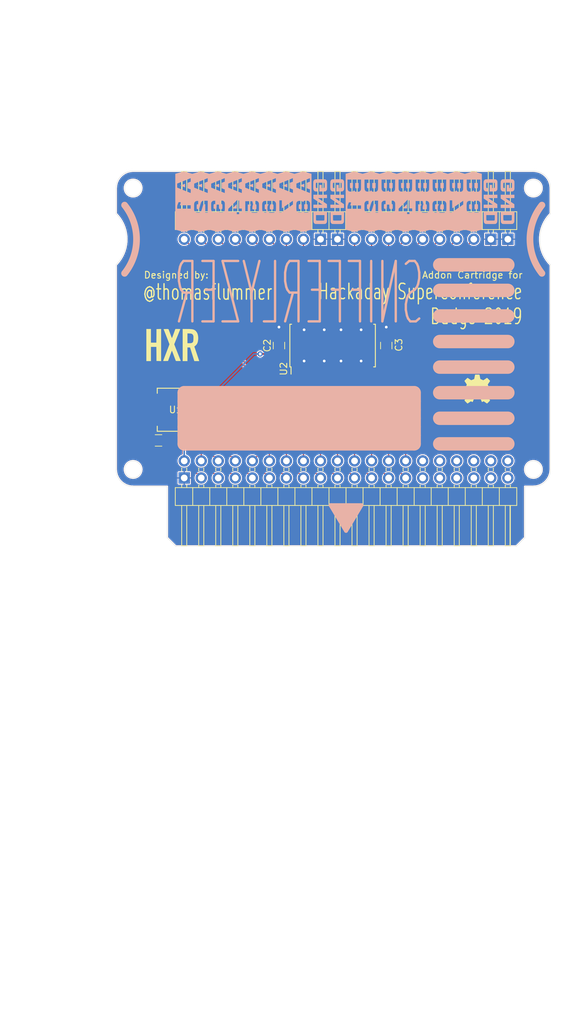
<source format=kicad_pcb>
(kicad_pcb (version 20190905) (host pcbnew "(5.99.0-269-g375c4bd3f)")
  (layers (0 "F.Cu" signal) (31 "B.Cu" signal) (34 "B.Paste" user) (35 "F.Paste" user) (36 "B.SilkS" user) (37 "F.SilkS" user) (38 "B.Mask" user) (39 "F.Mask" user) (44 "Edge.Cuts" user))
  (net 0 "")
  (net 1 "GND")
  (net 2 "+3V3")
  (net 3 "F_HOLD")
  (net 4 "F_CS")
  (net 5 "F_SCK")
  (net 6 "F_MISO")
  (net 7 "F_MOSI")
  (net 8 "F_WP")
  (net 9 "GENIO1")
  (net 10 "GENIO2")
  (net 11 "GENIO3")
  (net 12 "GENIO4")
  (net 13 "GENIO5")
  (net 14 "GENIO6")
  (net 15 "GENIO7")
  (net 16 "GENIO8")
  (net 17 "GENIO9")
  (net 18 "GENIO10")
  (net 19 "GENIO11")
  (net 20 "GENIO12")
  (net 21 "GENIO13")
  (net 22 "GENIO14")
  (net 23 "GENIO15")
  (net 24 "GENIO16")
  (net 25 "GENIO17")
  (net 26 "GENIO18")
  (net 27 "GENIO19")
  (net 28 "GENIO20")
  (net 29 "GENIO21")
  (net 30 "GENIO22")
  (net 31 "GENIO23")
  (net 32 "GENIO24")
  (net 33 "GENIO25")
  (net 34 "GENIO26")
  (net 35 "GENIO27")
  (net 36 "GENIO28")
  (net 37 "GENIO29")
  (net 38 "GENIO30")
  (net 39 "+5V")
  (net 40 "+BATT")
  (net 41 "IOA8")
  (net 42 "IOA7")
  (net 43 "IOA6")
  (net 44 "IOA5")
  (net 45 "IOA4")
  (net 46 "IOA3")
  (net 47 "IOA2")
  (net 48 "IOA1")
  (net 49 "IOB1")
  (net 50 "IOB2")
  (net 51 "IOB3")
  (net 52 "IOB4")
  (net 53 "IOB5")
  (net 54 "IOB6")
  (net 55 "IOB7")
  (net 56 "IOB8")
  (module "Aesthetics:snifferlyzer_labels" (layer "B.Cu") (at 101.854 55.372 180)
    (fp_text reference "G***" hide)
    (fp_text value "LOGO" hide)
  )
  (module "Aesthetics:oshw_logo_5.0mm" (layer "F.Cu") (at 121.158 83.312)
    (fp_text reference "G***" hide)
    (fp_text value "LOGO" hide)
  )
  (module "Aesthetics:HXR_logo_small" (layer "F.Cu") (at 78.486 76.708)
    (fp_text reference "G***" hide)
    (fp_text value "LOGO" hide)
  )
  (module "Pin_Headers:Pin_Header_Angled_1x10_Pitch2.54mm" (layer "F.Cu") (at 102.87 60.96 90)
    (fp_text reference "J3" hide)
    (fp_text value "Conn_01x10_Male")
    (pad "1" thru_hole circle (at 0 0 90) (size 1.7 1.7) (drill 1) (layers *.Cu *.Mask) (net 49 "IOB1"))
    (pad "2" thru_hole oval (at 0 2.54 90) (size 1.7 1.7) (drill 1) (layers *.Cu *.Mask) (net 50 "IOB2"))
    (pad "3" thru_hole oval (at 0 5.08 90) (size 1.7 1.7) (drill 1) (layers *.Cu *.Mask) (net 51 "IOB3"))
    (pad "4" thru_hole oval (at 0 7.62 90) (size 1.7 1.7) (drill 1) (layers *.Cu *.Mask) (net 52 "IOB4"))
    (pad "5" thru_hole oval (at 0 10.16 90) (size 1.7 1.7) (drill 1) (layers *.Cu *.Mask) (net 53 "IOB5"))
    (pad "6" thru_hole oval (at 0 12.7 90) (size 1.7 1.7) (drill 1) (layers *.Cu *.Mask) (net 54 "IOB6"))
    (pad "7" thru_hole oval (at 0 15.24 90) (size 1.7 1.7) (drill 1) (layers *.Cu *.Mask) (net 55 "IOB7"))
    (pad "8" thru_hole oval (at 0 17.78 90) (size 1.7 1.7) (drill 1) (layers *.Cu *.Mask) (net 56 "IOB8"))
    (pad "9" thru_hole rect (at 0 20.32 90) (size 1.7 1.7) (drill 1) (layers *.Cu *.Mask) (net 1 "GND"))
    (pad "10" thru_hole rect (at 0 22.86 90) (size 1.7 1.7) (drill 1) (layers *.Cu *.Mask) (net 1 "GND"))
  )
  (module "Pin_Headers:Pin_Header_Angled_1x10_Pitch2.54mm" (layer "F.Cu") (at 77.47 60.96 90)
    (fp_text reference "J2" hide)
    (fp_text value "Conn_01x10_Male")
    (pad "10" thru_hole rect (at 0 22.86 90) (size 1.7 1.7) (drill 1) (layers *.Cu *.Mask) (net 1 "GND"))
    (pad "9" thru_hole rect (at 0 20.32 90) (size 1.7 1.7) (drill 1) (layers *.Cu *.Mask) (net 1 "GND"))
    (pad "8" thru_hole oval (at 0 17.78 90) (size 1.7 1.7) (drill 1) (layers *.Cu *.Mask) (net 41 "IOA8"))
    (pad "7" thru_hole oval (at 0 15.24 90) (size 1.7 1.7) (drill 1) (layers *.Cu *.Mask) (net 42 "IOA7"))
    (pad "6" thru_hole oval (at 0 12.7 90) (size 1.7 1.7) (drill 1) (layers *.Cu *.Mask) (net 43 "IOA6"))
    (pad "5" thru_hole oval (at 0 10.16 90) (size 1.7 1.7) (drill 1) (layers *.Cu *.Mask) (net 44 "IOA5"))
    (pad "4" thru_hole oval (at 0 7.62 90) (size 1.7 1.7) (drill 1) (layers *.Cu *.Mask) (net 45 "IOA4"))
    (pad "3" thru_hole oval (at 0 5.08 90) (size 1.7 1.7) (drill 1) (layers *.Cu *.Mask) (net 46 "IOA3"))
    (pad "2" thru_hole oval (at 0 2.54 90) (size 1.7 1.7) (drill 1) (layers *.Cu *.Mask) (net 47 "IOA2"))
    (pad "1" thru_hole circle (at 0 0 90) (size 1.7 1.7) (drill 1) (layers *.Cu *.Mask) (net 48 "IOA1"))
  )
  (module "SuperconCartridge:Supercon_Cartridge_40pin_Connector" (layer "F.Cu") (at 125.73 93.98 -90)
    (fp_text reference "J1" hide)
    (fp_text value "Cartridge Connector")
    (pad "1" thru_hole rect (at 2.54 48.26 270) (size 1.7 1.7) (drill 1) (layers *.Cu *.Mask) (net 1 "GND"))
    (pad "2" thru_hole circle (at 0 48.26 270) (size 1.7 1.7) (drill 1) (layers *.Cu *.Mask) (net 2 "+3V3"))
    (pad "3" thru_hole oval (at 2.54 45.72 270) (size 1.7 1.7) (drill 1) (layers *.Cu *.Mask) (net 3 "F_HOLD"))
    (pad "4" thru_hole oval (at 0 45.72 270) (size 1.7 1.7) (drill 1) (layers *.Cu *.Mask) (net 4 "F_CS"))
    (pad "5" thru_hole oval (at 2.54 43.18 270) (size 1.7 1.7) (drill 1) (layers *.Cu *.Mask) (net 5 "F_SCK"))
    (pad "6" thru_hole oval (at 0 43.18 270) (size 1.7 1.7) (drill 1) (layers *.Cu *.Mask) (net 6 "F_MISO"))
    (pad "7" thru_hole oval (at 2.54 40.64 270) (size 1.7 1.7) (drill 1) (layers *.Cu *.Mask) (net 7 "F_MOSI"))
    (pad "8" thru_hole oval (at 0 40.64 270) (size 1.7 1.7) (drill 1) (layers *.Cu *.Mask) (net 8 "F_WP"))
    (pad "9" thru_hole oval (at 2.54 38.1 270) (size 1.7 1.7) (drill 1) (layers *.Cu *.Mask) (net 9 "GENIO1"))
    (pad "10" thru_hole oval (at 0 38.1 270) (size 1.7 1.7) (drill 1) (layers *.Cu *.Mask) (net 10 "GENIO2"))
    (pad "11" thru_hole oval (at 2.54 35.56 270) (size 1.7 1.7) (drill 1) (layers *.Cu *.Mask) (net 11 "GENIO3"))
    (pad "12" thru_hole oval (at 0 35.56 270) (size 1.7 1.7) (drill 1) (layers *.Cu *.Mask) (net 12 "GENIO4"))
    (pad "13" thru_hole oval (at 2.54 33.02 270) (size 1.7 1.7) (drill 1) (layers *.Cu *.Mask) (net 13 "GENIO5"))
    (pad "14" thru_hole oval (at 0 33.02 270) (size 1.7 1.7) (drill 1) (layers *.Cu *.Mask) (net 14 "GENIO6"))
    (pad "15" thru_hole oval (at 2.54 30.48 270) (size 1.7 1.7) (drill 1) (layers *.Cu *.Mask) (net 15 "GENIO7"))
    (pad "16" thru_hole oval (at 0 30.48 270) (size 1.7 1.7) (drill 1) (layers *.Cu *.Mask) (net 16 "GENIO8"))
    (pad "17" thru_hole oval (at 2.54 27.94 270) (size 1.7 1.7) (drill 1) (layers *.Cu *.Mask) (net 17 "GENIO9"))
    (pad "18" thru_hole oval (at 0 27.94 270) (size 1.7 1.7) (drill 1) (layers *.Cu *.Mask) (net 18 "GENIO10"))
    (pad "19" thru_hole oval (at 2.54 25.4 270) (size 1.7 1.7) (drill 1) (layers *.Cu *.Mask) (net 19 "GENIO11"))
    (pad "20" thru_hole oval (at 0 25.4 270) (size 1.7 1.7) (drill 1) (layers *.Cu *.Mask) (net 20 "GENIO12"))
    (pad "21" thru_hole oval (at 2.54 22.86 270) (size 1.7 1.7) (drill 1) (layers *.Cu *.Mask) (net 21 "GENIO13"))
    (pad "22" thru_hole oval (at 0 22.86 270) (size 1.7 1.7) (drill 1) (layers *.Cu *.Mask) (net 22 "GENIO14"))
    (pad "23" thru_hole oval (at 2.54 20.32 270) (size 1.7 1.7) (drill 1) (layers *.Cu *.Mask) (net 23 "GENIO15"))
    (pad "24" thru_hole oval (at 0 20.32 270) (size 1.7 1.7) (drill 1) (layers *.Cu *.Mask) (net 24 "GENIO16"))
    (pad "25" thru_hole oval (at 2.54 17.78 270) (size 1.7 1.7) (drill 1) (layers *.Cu *.Mask) (net 25 "GENIO17"))
    (pad "26" thru_hole oval (at 0 17.78 270) (size 1.7 1.7) (drill 1) (layers *.Cu *.Mask) (net 26 "GENIO18"))
    (pad "27" thru_hole oval (at 2.54 15.24 270) (size 1.7 1.7) (drill 1) (layers *.Cu *.Mask) (net 27 "GENIO19"))
    (pad "28" thru_hole oval (at 0 15.24 270) (size 1.7 1.7) (drill 1) (layers *.Cu *.Mask) (net 28 "GENIO20"))
    (pad "29" thru_hole oval (at 2.54 12.7 270) (size 1.7 1.7) (drill 1) (layers *.Cu *.Mask) (net 29 "GENIO21"))
    (pad "30" thru_hole oval (at 0 12.7 270) (size 1.7 1.7) (drill 1) (layers *.Cu *.Mask) (net 30 "GENIO22"))
    (pad "31" thru_hole oval (at 2.54 10.16 270) (size 1.7 1.7) (drill 1) (layers *.Cu *.Mask) (net 31 "GENIO23"))
    (pad "32" thru_hole oval (at 0 10.16 270) (size 1.7 1.7) (drill 1) (layers *.Cu *.Mask) (net 32 "GENIO24"))
    (pad "33" thru_hole oval (at 2.54 7.62 270) (size 1.7 1.7) (drill 1) (layers *.Cu *.Mask) (net 33 "GENIO25"))
    (pad "34" thru_hole oval (at 0 7.62 270) (size 1.7 1.7) (drill 1) (layers *.Cu *.Mask) (net 34 "GENIO26"))
    (pad "35" thru_hole oval (at 2.54 5.08 270) (size 1.7 1.7) (drill 1) (layers *.Cu *.Mask) (net 35 "GENIO27"))
    (pad "36" thru_hole oval (at 0 5.08 270) (size 1.7 1.7) (drill 1) (layers *.Cu *.Mask) (net 36 "GENIO28"))
    (pad "37" thru_hole oval (at 2.54 2.54 270) (size 1.7 1.7) (drill 1) (layers *.Cu *.Mask) (net 37 "GENIO29"))
    (pad "38" thru_hole oval (at 0 2.54 270) (size 1.7 1.7) (drill 1) (layers *.Cu *.Mask) (net 38 "GENIO30"))
    (pad "39" thru_hole oval (at 2.54 0 270) (size 1.7 1.7) (drill 1) (layers *.Cu *.Mask) (net 39 "+5V"))
    (pad "40" thru_hole circle (at 0 0 270) (size 1.7 1.7) (drill 1) (layers *.Cu *.Mask) (net 40 "+BATT"))
  )
  (module "Housings_SOIC:SO-8_5.3x6.2mm_Pitch1.27mm" (layer "F.Cu") (at 76.2 86.36 180)
    (fp_text reference "U1" (at 0 0 180) (layer "F.SilkS"))
    (fp_text value "W25Q128")
    (pad "8" smd rect (at 3.7 -1.905 180) (size 1.75 0.55) (layers "F.Cu" "F.Paste" "F.Mask") (net 2 "+3V3"))
    (pad "7" smd rect (at 3.7 -0.635 180) (size 1.75 0.55) (layers "F.Cu" "F.Paste" "F.Mask") (net 3 "F_HOLD"))
    (pad "6" smd rect (at 3.7 0.635 180) (size 1.75 0.55) (layers "F.Cu" "F.Paste" "F.Mask") (net 5 "F_SCK"))
    (pad "5" smd rect (at 3.7 1.905 180) (size 1.75 0.55) (layers "F.Cu" "F.Paste" "F.Mask") (net 7 "F_MOSI"))
    (pad "4" smd rect (at -3.7 1.905 180) (size 1.75 0.55) (layers "F.Cu" "F.Paste" "F.Mask") (net 1 "GND"))
    (pad "3" smd rect (at -3.7 0.635 180) (size 1.75 0.55) (layers "F.Cu" "F.Paste" "F.Mask") (net 8 "F_WP"))
    (pad "2" smd rect (at -3.7 -0.635 180) (size 1.75 0.55) (layers "F.Cu" "F.Paste" "F.Mask") (net 6 "F_MISO"))
    (pad "1" smd rect (at -3.7 -1.905 180) (size 1.75 0.55) (layers "F.Cu" "F.Paste" "F.Mask") (net 4 "F_CS"))
  )
  (module "Capacitors_SMD:C_0805_HandSoldering" (layer "F.Cu") (at 73.639999 90.932)
    (fp_text reference "C1" hide)
    (fp_text value "100nF")
    (pad "2" smd rect (at 1.25 0) (size 1.5 1.25) (layers "F.Cu" "F.Paste" "F.Mask") (net 1 "GND"))
    (pad "1" smd rect (at -1.25 0) (size 1.5 1.25) (layers "F.Cu" "F.Paste" "F.Mask") (net 2 "+3V3"))
  )
  (module "Capacitors_SMD:C_0805_HandSoldering" (layer "F.Cu") (at 91.6 76.8 90)
    (fp_text reference "C2" (at 0 -1.75 90) (layer "F.SilkS"))
    (fp_text value "100nF")
    (pad "2" smd rect (at 1.25 0 90) (size 1.5 1.25) (layers "F.Cu" "F.Paste" "F.Mask") (net 1 "GND"))
    (pad "1" smd rect (at -1.25 0 90) (size 1.5 1.25) (layers "F.Cu" "F.Paste" "F.Mask") (net 2 "+3V3"))
  )
  (module "Capacitors_SMD:C_0805_HandSoldering" (layer "F.Cu") (at 107.6 76.8 90)
    (fp_text reference "C3" (at 0.092 1.874 90) (layer "F.SilkS"))
    (fp_text value "100nF")
    (pad "1" smd rect (at -1.25 0 90) (size 1.5 1.25) (layers "F.Cu" "F.Paste" "F.Mask") (net 2 "+3V3"))
    (pad "2" smd rect (at 1.25 0 90) (size 1.5 1.25) (layers "F.Cu" "F.Paste" "F.Mask") (net 1 "GND"))
  )
  (module "Housings_SSOP:TSSOP-48_6.1x12.5mm_Pitch0.5mm" (layer "F.Cu") (at 99.6 76.8 90)
    (fp_text reference "U2" (at -3.464 -7.3 90) (layer "F.SilkS"))
    (fp_text value "74LCX16245")
    (pad "48" smd rect (at 3.75 -5.75 90) (size 1 0.285) (layers "F.Cu" "F.Paste" "F.Mask") (net 9 "GENIO1"))
    (pad "47" smd rect (at 3.75 -5.25 90) (size 1 0.285) (layers "F.Cu" "F.Paste" "F.Mask") (net 48 "IOA1"))
    (pad "46" smd rect (at 3.75 -4.75 90) (size 1 0.285) (layers "F.Cu" "F.Paste" "F.Mask") (net 47 "IOA2"))
    (pad "45" smd rect (at 3.75 -4.25 90) (size 1 0.285) (layers "F.Cu" "F.Paste" "F.Mask") (net 1 "GND"))
    (pad "44" smd rect (at 3.75 -3.75 90) (size 1 0.285) (layers "F.Cu" "F.Paste" "F.Mask") (net 46 "IOA3"))
    (pad "43" smd rect (at 3.75 -3.25 90) (size 1 0.285) (layers "F.Cu" "F.Paste" "F.Mask") (net 45 "IOA4"))
    (pad "42" smd rect (at 3.75 -2.75 90) (size 1 0.285) (layers "F.Cu" "F.Paste" "F.Mask") (net 2 "+3V3"))
    (pad "41" smd rect (at 3.75 -2.25 90) (size 1 0.285) (layers "F.Cu" "F.Paste" "F.Mask") (net 44 "IOA5"))
    (pad "40" smd rect (at 3.75 -1.75 90) (size 1 0.285) (layers "F.Cu" "F.Paste" "F.Mask") (net 43 "IOA6"))
    (pad "39" smd rect (at 3.75 -1.25 90) (size 1 0.285) (layers "F.Cu" "F.Paste" "F.Mask") (net 1 "GND"))
    (pad "38" smd rect (at 3.75 -0.75 90) (size 1 0.285) (layers "F.Cu" "F.Paste" "F.Mask") (net 42 "IOA7"))
    (pad "37" smd rect (at 3.75 -0.25 90) (size 1 0.285) (layers "F.Cu" "F.Paste" "F.Mask") (net 41 "IOA8"))
    (pad "36" smd rect (at 3.75 0.25 90) (size 1 0.285) (layers "F.Cu" "F.Paste" "F.Mask") (net 49 "IOB1"))
    (pad "35" smd rect (at 3.75 0.75 90) (size 1 0.285) (layers "F.Cu" "F.Paste" "F.Mask") (net 50 "IOB2"))
    (pad "34" smd rect (at 3.75 1.25 90) (size 1 0.285) (layers "F.Cu" "F.Paste" "F.Mask") (net 1 "GND"))
    (pad "33" smd rect (at 3.75 1.75 90) (size 1 0.285) (layers "F.Cu" "F.Paste" "F.Mask") (net 51 "IOB3"))
    (pad "32" smd rect (at 3.75 2.25 90) (size 1 0.285) (layers "F.Cu" "F.Paste" "F.Mask") (net 52 "IOB4"))
    (pad "31" smd rect (at 3.75 2.75 90) (size 1 0.285) (layers "F.Cu" "F.Paste" "F.Mask") (net 2 "+3V3"))
    (pad "30" smd rect (at 3.75 3.25 90) (size 1 0.285) (layers "F.Cu" "F.Paste" "F.Mask") (net 53 "IOB5"))
    (pad "29" smd rect (at 3.75 3.75 90) (size 1 0.285) (layers "F.Cu" "F.Paste" "F.Mask") (net 54 "IOB6"))
    (pad "28" smd rect (at 3.75 4.25 90) (size 1 0.285) (layers "F.Cu" "F.Paste" "F.Mask") (net 1 "GND"))
    (pad "27" smd rect (at 3.75 4.75 90) (size 1 0.285) (layers "F.Cu" "F.Paste" "F.Mask") (net 55 "IOB7"))
    (pad "26" smd rect (at 3.75 5.25 90) (size 1 0.285) (layers "F.Cu" "F.Paste" "F.Mask") (net 56 "IOB8"))
    (pad "25" smd rect (at 3.75 5.75 90) (size 1 0.285) (layers "F.Cu" "F.Paste" "F.Mask") (net 28 "GENIO20"))
    (pad "24" smd rect (at -3.75 5.75 90) (size 1 0.285) (layers "F.Cu" "F.Paste" "F.Mask") (net 27 "GENIO19"))
    (pad "23" smd rect (at -3.75 5.25 90) (size 1 0.285) (layers "F.Cu" "F.Paste" "F.Mask") (net 26 "GENIO18"))
    (pad "22" smd rect (at -3.75 4.75 90) (size 1 0.285) (layers "F.Cu" "F.Paste" "F.Mask") (net 25 "GENIO17"))
    (pad "21" smd rect (at -3.75 4.25 90) (size 1 0.285) (layers "F.Cu" "F.Paste" "F.Mask") (net 1 "GND"))
    (pad "20" smd rect (at -3.75 3.75 90) (size 1 0.285) (layers "F.Cu" "F.Paste" "F.Mask") (net 24 "GENIO16"))
    (pad "19" smd rect (at -3.75 3.25 90) (size 1 0.285) (layers "F.Cu" "F.Paste" "F.Mask") (net 23 "GENIO15"))
    (pad "18" smd rect (at -3.75 2.75 90) (size 1 0.285) (layers "F.Cu" "F.Paste" "F.Mask") (net 2 "+3V3"))
    (pad "17" smd rect (at -3.75 2.25 90) (size 1 0.285) (layers "F.Cu" "F.Paste" "F.Mask") (net 22 "GENIO14"))
    (pad "16" smd rect (at -3.75 1.75 90) (size 1 0.285) (layers "F.Cu" "F.Paste" "F.Mask") (net 21 "GENIO13"))
    (pad "15" smd rect (at -3.75 1.25 90) (size 1 0.285) (layers "F.Cu" "F.Paste" "F.Mask") (net 1 "GND"))
    (pad "14" smd rect (at -3.75 0.75 90) (size 1 0.285) (layers "F.Cu" "F.Paste" "F.Mask") (net 20 "GENIO12"))
    (pad "13" smd rect (at -3.75 0.25 90) (size 1 0.285) (layers "F.Cu" "F.Paste" "F.Mask") (net 19 "GENIO11"))
    (pad "12" smd rect (at -3.75 -0.25 90) (size 1 0.285) (layers "F.Cu" "F.Paste" "F.Mask") (net 18 "GENIO10"))
    (pad "11" smd rect (at -3.75 -0.75 90) (size 1 0.285) (layers "F.Cu" "F.Paste" "F.Mask") (net 17 "GENIO9"))
    (pad "10" smd rect (at -3.75 -1.25 90) (size 1 0.285) (layers "F.Cu" "F.Paste" "F.Mask") (net 1 "GND"))
    (pad "9" smd rect (at -3.75 -1.75 90) (size 1 0.285) (layers "F.Cu" "F.Paste" "F.Mask") (net 16 "GENIO8"))
    (pad "8" smd rect (at -3.75 -2.25 90) (size 1 0.285) (layers "F.Cu" "F.Paste" "F.Mask") (net 15 "GENIO7"))
    (pad "7" smd rect (at -3.75 -2.75 90) (size 1 0.285) (layers "F.Cu" "F.Paste" "F.Mask") (net 2 "+3V3"))
    (pad "6" smd rect (at -3.75 -3.25 90) (size 1 0.285) (layers "F.Cu" "F.Paste" "F.Mask") (net 14 "GENIO6"))
    (pad "5" smd rect (at -3.75 -3.75 90) (size 1 0.285) (layers "F.Cu" "F.Paste" "F.Mask") (net 13 "GENIO5"))
    (pad "4" smd rect (at -3.75 -4.25 90) (size 1 0.285) (layers "F.Cu" "F.Paste" "F.Mask") (net 1 "GND"))
    (pad "3" smd rect (at -3.75 -4.75 90) (size 1 0.285) (layers "F.Cu" "F.Paste" "F.Mask") (net 12 "GENIO4"))
    (pad "2" smd rect (at -3.75 -5.25 90) (size 1 0.285) (layers "F.Cu" "F.Paste" "F.Mask") (net 11 "GENIO3"))
    (pad "1" smd rect (at -3.75 -5.75 90) (size 1 0.285) (layers "F.Cu" "F.Paste" "F.Mask") (net 10 "GENIO2"))
  )
  (gr_text "CC-BY-SA" (at 121.158 87.884) (layer "F.SilkS") (effects (font (size 1 1))))
  (gr_text "Hackaday Superconference\nBadge 2019" (at 128.016 70.612) (layer "F.SilkS") (effects (font (size 2.3 1.5) (thickness 0.2)) (justify right)))
  (gr_text "Addon Cartridge for" (at 128.016 66.294) (layer "F.SilkS") (effects (font (size 1 1)) (justify right)))
  (gr_text "@thomasflummer" (at 71.1835 68.834) (layer "F.SilkS") (effects (font (size 2.3 1.5) (thickness 0.2)) (justify left)))
  (gr_text "Designed by:" (at 71.374 66.294) (layer "F.SilkS") (effects (font (size 1 1)) (justify left)))
  (gr_text "SNIFFERLYZER" (at 94.6 69.05) (layer "B.SilkS") (effects (font (size 9 3.5) (thickness 0.35)) (justify mirror)))
  (gr_arc (start 62.228261 60.957825) (end 68.578261 66.037824) (angle -77.3) (layer "B.SilkS") (width 1))
  (gr_arc (start 137.16 60.96) (end 130.810001 55.880001) (angle -77.3) (layer "B.SilkS") (width 1))
  (gr_line (start 77.47 90.17) (end 111.76 90.17) (layer "B.SilkS") (width 2))
  (gr_line (start 77.47 88.9) (end 111.76 88.9) (layer "B.SilkS") (width 2))
  (gr_line (start 77.47 87.63) (end 111.76 87.63) (layer "B.SilkS") (width 2))
  (gr_line (start 77.47 86.36) (end 111.76 86.36) (layer "B.SilkS") (width 2))
  (gr_line (start 77.47 85.09) (end 111.76 85.09) (layer "B.SilkS") (width 2))
  (gr_line (start 77.47 83.82) (end 111.76 83.82) (layer "B.SilkS") (width 2))
  (gr_line (start 77.47 91.44) (end 77.47 83.82) (layer "B.SilkS") (width 2))
  (gr_line (start 111.76 91.44) (end 77.47 91.44) (layer "B.SilkS") (width 2))
  (gr_line (start 111.76 83.82) (end 111.76 91.44) (layer "B.SilkS") (width 2))
  (gr_line (start 125.73 91.44) (end 115.57 91.44) (layer "B.SilkS") (width 2))
  (gr_line (start 125.73 87.63) (end 115.57 87.63) (layer "B.SilkS") (width 2))
  (gr_line (start 125.73 83.82) (end 115.57 83.82) (layer "B.SilkS") (width 2))
  (gr_line (start 125.73 80.01) (end 115.57 80.01) (layer "B.SilkS") (width 2))
  (gr_line (start 125.73 76.2) (end 115.57 76.2) (layer "B.SilkS") (width 2))
  (gr_line (start 125.73 72.39) (end 115.57 72.39) (layer "B.SilkS") (width 2))
  (gr_line (start 125.73 68.58) (end 115.57 68.58) (layer "B.SilkS") (width 2))
  (gr_line (start 125.73 64.77) (end 115.57 64.77) (layer "B.SilkS") (width 2))
  (gr_line (start 101.473 103.886) (end 101.727 103.886) (layer "B.SilkS") (width 0.6))
  (gr_line (start 101.219 103.505) (end 101.981 103.505) (layer "B.SilkS") (width 0.6))
  (gr_line (start 100.965 102.997) (end 102.235 102.997) (layer "B.SilkS") (width 0.6))
  (gr_line (start 100.711 102.489) (end 102.489 102.489) (layer "B.SilkS") (width 0.6))
  (gr_line (start 100.33 101.981) (end 102.87 101.981) (layer "B.SilkS") (width 0.6))
  (gr_line (start 100.076 101.473) (end 103.124 101.473) (layer "B.SilkS") (width 0.6))
  (gr_line (start 99.822 100.965) (end 103.505 100.965) (layer "B.SilkS") (width 0.6))
  (gr_line (start 103.886 100.584) (end 101.6 104.394) (layer "B.SilkS") (width 0.6))
  (gr_line (start 99.314 100.584) (end 103.886 100.584) (layer "B.SilkS") (width 0.6))
  (gr_line (start 101.6 104.394) (end 99.314 100.584) (layer "B.SilkS") (width 0.6))
  (gr_arc (start 69.85 95.25) (end 67.31 95.25) (angle -89.99997744) (layer "Edge.Cuts") (width 0.05))
  (gr_arc (start 129.539999 95.25) (end 129.539999 97.789999) (angle -89.99997744) (layer "Edge.Cuts") (width 0.05))
  (gr_arc (start 129.539999 95.25) (end 128.27 95.25) (angle -180) (layer "Edge.Cuts") (width 0.05))
  (gr_arc (start 129.54 95.25) (end 130.81 95.25) (angle -180) (layer "Edge.Cuts") (width 0.05))
  (gr_arc (start 69.85 95.25) (end 71.12 95.25) (angle -180) (layer "Edge.Cuts") (width 0.05))
  (gr_arc (start 69.849999 95.25) (end 68.58 95.25) (angle -180) (layer "Edge.Cuts") (width 0.05))
  (gr_arc (start 69.849999 53.34) (end 68.58 53.34) (angle -180) (layer "Edge.Cuts") (width 0.05))
  (gr_arc (start 69.85 53.34) (end 71.12 53.34) (angle -180) (layer "Edge.Cuts") (width 0.05))
  (gr_arc (start 129.539999 53.34) (end 128.27 53.34) (angle -180) (layer "Edge.Cuts") (width 0.05))
  (gr_arc (start 129.54 53.34) (end 130.81 53.34) (angle -180) (layer "Edge.Cuts") (width 0.05))
  (gr_line (start 67.31 53.34) (end 67.31 57.15) (layer "Edge.Cuts") (width 0.05))
  (gr_arc (start 63.500001 60.959999) (end 67.31 64.769998) (angle -90) (layer "Edge.Cuts") (width 0.05))
  (gr_line (start 132.08 53.34) (end 132.08 57.15) (layer "Edge.Cuts") (width 0.05))
  (gr_arc (start 135.889999 60.960001) (end 132.08 57.150002) (angle -90) (layer "Edge.Cuts") (width 0.05))
  (gr_line (start 129.54 50.8) (end 69.85 50.8) (layer "Edge.Cuts") (width 0.05))
  (gr_arc (start 69.85 53.34) (end 69.85 50.8) (angle -90) (layer "Edge.Cuts") (width 0.05))
  (gr_arc (start 129.54 53.34) (end 132.08 53.34) (angle -90) (layer "Edge.Cuts") (width 0.05))
  (gr_line (start 128.27 97.79) (end 129.54 97.79) (layer "Edge.Cuts") (width 0.05))
  (gr_line (start 128.27 105.41) (end 128.27 97.79) (layer "Edge.Cuts") (width 0.05))
  (gr_line (start 67.31 95.25) (end 67.31 64.769998) (layer "Edge.Cuts") (width 0.05))
  (gr_line (start 74.93 97.79) (end 69.849999 97.79) (layer "Edge.Cuts") (width 0.05))
  (gr_line (start 74.93 105.41) (end 74.93 97.79) (layer "Edge.Cuts") (width 0.05))
  (gr_line (start 76.2 106.68) (end 74.93 105.41) (layer "Edge.Cuts") (width 0.05))
  (gr_line (start 132.08 95.25) (end 132.08 64.77) (layer "Edge.Cuts") (width 0.05))
  (gr_line (start 127 106.68) (end 128.27 105.41) (layer "Edge.Cuts") (width 0.05))
  (gr_line (start 76.2 106.68) (end 127 106.68) (layer "Edge.Cuts") (width 0.05))
  (segment (start 104.85 73.05) (end 104.85 67.4) (width 0.15) (layer "F.Cu") (net 56))
  (segment (start 107.5 64.75) (end 116.86 64.75) (width 0.15) (layer "F.Cu") (net 56))
  (segment (start 104.85 67.4) (end 107.5 64.75) (width 0.15) (layer "F.Cu") (net 56))
  (segment (start 116.86 64.75) (end 120.65 60.96) (width 0.15) (layer "F.Cu") (net 56))
  (segment (start 104.35 73.05) (end 104.35 67.475722) (width 0.15) (layer "F.Cu") (net 55))
  (segment (start 104.35 67.475722) (end 107.4257 64.400022) (width 0.15) (layer "F.Cu") (net 55))
  (segment (start 107.4257 64.400022) (end 114.669978 64.400022) (width 0.15) (layer "F.Cu") (net 55))
  (segment (start 114.669978 64.400022) (end 117.260001 61.809999) (width 0.15) (layer "F.Cu") (net 55))
  (segment (start 117.260001 61.809999) (end 118.11 60.96) (width 0.15) (layer "F.Cu") (net 55))
  (segment (start 103.35 73.05) (end 103.35 68.051442) (width 0.15) (layer "F.Cu") (net 54))
  (segment (start 103.35 68.051442) (end 107.301431 64.100011) (width 0.15) (layer "F.Cu") (net 54))
  (segment (start 115.57 60.98) (end 115.57 60.96) (width 0.15) (layer "F.Cu") (net 54))
  (segment (start 107.301431 64.100011) (end 112.449989 64.100011) (width 0.15) (layer "F.Cu") (net 54))
  (segment (start 112.449989 64.100011) (end 115.57 60.98) (width 0.15) (layer "F.Cu") (net 54))
  (segment (start 110.19 63.8) (end 112.180001 61.809999) (width 0.15) (layer "F.Cu") (net 53))
  (segment (start 102.85 73.05) (end 102.85 68.127163) (width 0.15) (layer "F.Cu") (net 53))
  (segment (start 102.85 68.127163) (end 107.177163 63.8) (width 0.15) (layer "F.Cu") (net 53))
  (segment (start 107.177163 63.8) (end 110.19 63.8) (width 0.15) (layer "F.Cu") (net 53))
  (segment (start 112.180001 61.809999) (end 113.03 60.96) (width 0.15) (layer "F.Cu") (net 53))
  (segment (start 101.85 73.05) (end 101.85 68.702884) (width 0.15) (layer "F.Cu") (net 52))
  (segment (start 109.150044 62.299956) (end 110.49 60.96) (width 0.15) (layer "F.Cu") (net 52))
  (segment (start 101.85 68.702884) (end 107.052884 63.5) (width 0.15) (layer "F.Cu") (net 52))
  (segment (start 107.052884 63.5) (end 107.95 63.5) (width 0.15) (layer "F.Cu") (net 52))
  (segment (start 107.95 63.5) (end 109.150044 62.299956) (width 0.15) (layer "F.Cu") (net 52))
  (segment (start 101.35 68.778605) (end 107.95 62.178606) (width 0.15) (layer "F.Cu") (net 51))
  (segment (start 107.95 62.162081) (end 107.95 60.96) (width 0.15) (layer "F.Cu") (net 51))
  (segment (start 107.95 62.178606) (end 107.95 62.162081) (width 0.15) (layer "F.Cu") (net 51))
  (segment (start 101.35 73.05) (end 101.35 68.778605) (width 0.15) (layer "F.Cu") (net 51))
  (segment (start 105.41 62.162081) (end 105.41 60.96) (width 0.15) (layer "F.Cu") (net 50))
  (segment (start 105.41 64.294328) (end 105.41 62.162081) (width 0.15) (layer "F.Cu") (net 50))
  (segment (start 100.35 69.354328) (end 105.41 64.294328) (width 0.15) (layer "F.Cu") (net 50))
  (segment (start 100.35 73.05) (end 100.35 69.354328) (width 0.15) (layer "F.Cu") (net 50))
  (segment (start 99.85 73.05) (end 99.85 69.3) (width 0.15) (layer "F.Cu") (net 49))
  (segment (start 99.85 69.3) (end 102.87 66.28) (width 0.15) (layer "F.Cu") (net 49))
  (segment (start 102.87 66.28) (end 102.87 60.96) (width 0.15) (layer "F.Cu") (net 49))
  (segment (start 81.25 64.75) (end 77.47 60.97) (width 0.15) (layer "F.Cu") (net 48))
  (segment (start 94.35 67.3) (end 91.8 64.75) (width 0.15) (layer "F.Cu") (net 48))
  (segment (start 94.35 73.05) (end 94.35 67.3) (width 0.15) (layer "F.Cu") (net 48))
  (segment (start 91.8 64.75) (end 81.25 64.75) (width 0.15) (layer "F.Cu") (net 48))
  (segment (start 77.47 60.97) (end 77.47 60.96) (width 0.15) (layer "F.Cu") (net 48))
  (segment (start 80.859999 61.809999) (end 80.01 60.96) (width 0.15) (layer "F.Cu") (net 47))
  (segment (start 91.924268 64.449989) (end 83.499989 64.449989) (width 0.15) (layer "F.Cu") (net 47))
  (segment (start 94.85 67.375721) (end 91.924268 64.449989) (width 0.15) (layer "F.Cu") (net 47))
  (segment (start 94.85 73.05) (end 94.85 67.375721) (width 0.15) (layer "F.Cu") (net 47))
  (segment (start 83.499989 64.449989) (end 80.859999 61.809999) (width 0.15) (layer "F.Cu") (net 47))
  (segment (start 95.85 67.951442) (end 92.048536 64.149978) (width 0.15) (layer "F.Cu") (net 46))
  (segment (start 85.739978 64.149978) (end 83.399999 61.809999) (width 0.15) (layer "F.Cu") (net 46))
  (segment (start 83.399999 61.809999) (end 82.55 60.96) (width 0.15) (layer "F.Cu") (net 46))
  (segment (start 92.048536 64.149978) (end 85.739978 64.149978) (width 0.15) (layer "F.Cu") (net 46))
  (segment (start 95.85 73.05) (end 95.85 67.951442) (width 0.15) (layer "F.Cu") (net 46))
  (segment (start 96.35 73.05) (end 96.35 68.027163) (width 0.15) (layer "F.Cu") (net 45))
  (segment (start 96.35 68.027163) (end 92.172804 63.849967) (width 0.15) (layer "F.Cu") (net 45))
  (segment (start 92.172804 63.849967) (end 87.979967 63.849967) (width 0.15) (layer "F.Cu") (net 45))
  (segment (start 85.939999 61.809999) (end 85.09 60.96) (width 0.15) (layer "F.Cu") (net 45))
  (segment (start 87.979967 63.849967) (end 85.939999 61.809999) (width 0.15) (layer "F.Cu") (net 45))
  (segment (start 88.479999 61.809999) (end 87.63 60.96) (width 0.15) (layer "F.Cu") (net 44))
  (segment (start 90.219956 63.549956) (end 88.479999 61.809999) (width 0.15) (layer "F.Cu") (net 44))
  (segment (start 92.297072 63.549956) (end 90.219956 63.549956) (width 0.15) (layer "F.Cu") (net 44))
  (segment (start 97.35 68.602884) (end 92.297072 63.549956) (width 0.15) (layer "F.Cu") (net 44))
  (segment (start 97.35 73.05) (end 97.35 68.602884) (width 0.15) (layer "F.Cu") (net 44))
  (segment (start 97.85 73.05) (end 97.85 68.678606) (width 0.15) (layer "F.Cu") (net 43))
  (segment (start 97.85 68.678606) (end 90.17 60.998606) (width 0.15) (layer "F.Cu") (net 43))
  (segment (start 90.17 60.998606) (end 90.17 60.96) (width 0.15) (layer "F.Cu") (net 43))
  (segment (start 98.85 73.05) (end 98.85 69.254326) (width 0.15) (layer "F.Cu") (net 42))
  (segment (start 98.85 69.254326) (end 92.71 63.114326) (width 0.15) (layer "F.Cu") (net 42))
  (segment (start 92.71 63.114326) (end 92.71 60.96) (width 0.15) (layer "F.Cu") (net 42))
  (segment (start 99.35 73.05) (end 99.35 69.3) (width 0.15) (layer "F.Cu") (net 41))
  (segment (start 99.35 69.3) (end 95.25 65.2) (width 0.15) (layer "F.Cu") (net 41))
  (segment (start 95.25 65.2) (end 95.25 60.96) (width 0.15) (layer "F.Cu") (net 41))
  (segment (start 110.49 93.98) (end 110.49 74.89) (width 0.15) (layer "F.Cu") (net 28))
  (segment (start 110.49 74.89) (end 108.65 73.05) (width 0.15) (layer "F.Cu") (net 28))
  (segment (start 108.65 73.05) (end 105.35 73.05) (width 0.15) (layer "F.Cu") (net 28))
  (segment (start 110.49 96.52) (end 109.2 95.23) (width 0.15) (layer "F.Cu") (net 27))
  (segment (start 109.2 93) (end 105.35 89.15) (width 0.15) (layer "F.Cu") (net 27))
  (segment (start 105.35 89.15) (end 105.35 80.55) (width 0.15) (layer "F.Cu") (net 27))
  (segment (start 109.2 95.23) (end 109.2 93) (width 0.15) (layer "F.Cu") (net 27))
  (segment (start 107.95 93.98) (end 107.95 92.5) (width 0.15) (layer "F.Cu") (net 26))
  (segment (start 104.85 81.2) (end 104.85 80.55) (width 0.15) (layer "F.Cu") (net 26))
  (segment (start 107.95 92.5) (end 104.85 89.4) (width 0.15) (layer "F.Cu") (net 26))
  (segment (start 104.85 89.4) (end 104.85 81.2) (width 0.15) (layer "F.Cu") (net 26))
  (segment (start 107.95 96.52) (end 106.7 95.27) (width 0.15) (layer "F.Cu") (net 25))
  (segment (start 106.7 95.27) (end 106.7 91.952198) (width 0.15) (layer "F.Cu") (net 25))
  (segment (start 106.7 91.952198) (end 104.35 89.602198) (width 0.15) (layer "F.Cu") (net 25))
  (segment (start 104.35 89.602198) (end 104.35 81.2) (width 0.15) (layer "F.Cu") (net 25))
  (segment (start 104.35 81.2) (end 104.35 80.55) (width 0.15) (layer "F.Cu") (net 25))
  (segment (start 105.41 93.98) (end 105.41 92.777919) (width 0.15) (layer "F.Cu") (net 24))
  (segment (start 103.35 81.2) (end 103.35 80.55) (width 0.15) (layer "F.Cu") (net 24))
  (segment (start 105.41 92.777919) (end 103.35 90.717919) (width 0.15) (layer "F.Cu") (net 24))
  (segment (start 103.35 90.717919) (end 103.35 81.2) (width 0.15) (layer "F.Cu") (net 24))
  (segment (start 105.41 96.52) (end 104.15 95.26) (width 0.15) (layer "F.Cu") (net 23))
  (segment (start 104.15 95.26) (end 104.15 93.05) (width 0.15) (layer "F.Cu") (net 23))
  (segment (start 102.85 91.75) (end 102.85 81.2) (width 0.15) (layer "F.Cu") (net 23))
  (segment (start 104.15 93.05) (end 102.85 91.75) (width 0.15) (layer "F.Cu") (net 23))
  (segment (start 102.85 81.2) (end 102.85 80.55) (width 0.15) (layer "F.Cu") (net 23))
  (segment (start 102.87 93.98) (end 102.87 92.72) (width 0.15) (layer "F.Cu") (net 22))
  (segment (start 102.87 92.72) (end 101.85 91.7) (width 0.15) (layer "F.Cu") (net 22))
  (segment (start 101.85 91.7) (end 101.85 81.2) (width 0.15) (layer "F.Cu") (net 22))
  (segment (start 101.85 81.2) (end 101.85 80.55) (width 0.15) (layer "F.Cu") (net 22))
  (segment (start 102.87 96.52) (end 101.6 95.25) (width 0.15) (layer "F.Cu") (net 21))
  (segment (start 101.6 92.9) (end 101.35 92.65) (width 0.15) (layer "F.Cu") (net 21))
  (segment (start 101.6 95.25) (end 101.6 92.9) (width 0.15) (layer "F.Cu") (net 21))
  (segment (start 101.35 81.2) (end 101.35 80.55) (width 0.15) (layer "F.Cu") (net 21))
  (segment (start 101.35 92.65) (end 101.35 81.2) (width 0.15) (layer "F.Cu") (net 21))
  (segment (start 100.33 93.98) (end 100.33 80.57) (width 0.15) (layer "F.Cu") (net 20))
  (segment (start 100.33 80.57) (end 100.35 80.55) (width 0.15) (layer "F.Cu") (net 20))
  (segment (start 100.33 96.52) (end 99.1 95.29) (width 0.15) (layer "F.Cu") (net 19))
  (segment (start 99.1 95.29) (end 99.1 92.6) (width 0.15) (layer "F.Cu") (net 19))
  (segment (start 99.1 92.6) (end 99.85 91.85) (width 0.15) (layer "F.Cu") (net 19))
  (segment (start 99.85 91.85) (end 99.85 80.55) (width 0.15) (layer "F.Cu") (net 19))
  (segment (start 97.79 93.98) (end 97.79 92.71) (width 0.15) (layer "F.Cu") (net 18))
  (segment (start 97.79 92.71) (end 99.35 91.15) (width 0.15) (layer "F.Cu") (net 18))
  (segment (start 99.35 91.15) (end 99.35 80.55) (width 0.15) (layer "F.Cu") (net 18))
  (segment (start 97.79 96.52) (end 96.55 95.28) (width 0.15) (layer "F.Cu") (net 17))
  (segment (start 96.55 95.28) (end 96.55 93.1) (width 0.15) (layer "F.Cu") (net 17))
  (segment (start 96.55 93.1) (end 98.85 90.8) (width 0.15) (layer "F.Cu") (net 17))
  (segment (start 98.85 90.8) (end 98.85 80.55) (width 0.15) (layer "F.Cu") (net 17))
  (segment (start 95.25 93.98) (end 95.25 92.7) (width 0.15) (layer "F.Cu") (net 16))
  (segment (start 97.85 90.1) (end 97.85 80.55) (width 0.15) (layer "F.Cu") (net 16))
  (segment (start 95.25 92.7) (end 97.85 90.1) (width 0.15) (layer "F.Cu") (net 16))
  (segment (start 95.25 96.52) (end 94 95.27) (width 0.15) (layer "F.Cu") (net 15))
  (segment (start 94 95.27) (end 94 92.7) (width 0.15) (layer "F.Cu") (net 15))
  (segment (start 94 92.7) (end 97.35 89.35) (width 0.15) (layer "F.Cu") (net 15))
  (segment (start 97.35 89.35) (end 97.35 80.55) (width 0.15) (layer "F.Cu") (net 15))
  (segment (start 92.71 93.98) (end 92.71 92.79) (width 0.15) (layer "F.Cu") (net 14))
  (segment (start 92.71 92.79) (end 96.35 89.15) (width 0.15) (layer "F.Cu") (net 14))
  (segment (start 96.35 89.15) (end 96.35 80.55) (width 0.15) (layer "F.Cu") (net 14))
  (segment (start 92.71 96.52) (end 91.45 95.26) (width 0.15) (layer "F.Cu") (net 13))
  (segment (start 91.45 95.26) (end 91.45 93.35) (width 0.15) (layer "F.Cu") (net 13))
  (segment (start 91.45 93.35) (end 95.85 88.95) (width 0.15) (layer "F.Cu") (net 13))
  (segment (start 95.85 88.95) (end 95.85 80.55) (width 0.15) (layer "F.Cu") (net 13))
  (segment (start 90.17 93.98) (end 90.17 92.73) (width 0.15) (layer "F.Cu") (net 12))
  (segment (start 90.17 92.73) (end 94.85 88.05) (width 0.15) (layer "F.Cu") (net 12))
  (segment (start 94.85 88.05) (end 94.85 80.55) (width 0.15) (layer "F.Cu") (net 12))
  (segment (start 90.17 96.52) (end 88.9 95.25) (width 0.15) (layer "F.Cu") (net 11))
  (segment (start 94.35 87.9) (end 94.35 81.2) (width 0.15) (layer "F.Cu") (net 11))
  (segment (start 88.9 95.25) (end 88.9 93.35) (width 0.15) (layer "F.Cu") (net 11))
  (segment (start 88.9 93.35) (end 94.35 87.9) (width 0.15) (layer "F.Cu") (net 11))
  (segment (start 94.35 81.2) (end 94.35 80.55) (width 0.15) (layer "F.Cu") (net 11))
  (segment (start 87.63 93.98) (end 93.85 87.76) (width 0.15) (layer "F.Cu") (net 10))
  (segment (start 93.85 87.76) (end 93.85 80.55) (width 0.15) (layer "F.Cu") (net 10))
  (segment (start 86.4 74.8) (end 88.15 73.05) (width 0.15) (layer "F.Cu") (net 9))
  (segment (start 88.15 73.05) (end 93.85 73.05) (width 0.15) (layer "F.Cu") (net 9))
  (segment (start 86.4 95.29) (end 86.4 74.8) (width 0.15) (layer "F.Cu") (net 9))
  (segment (start 87.63 96.52) (end 86.4 95.29) (width 0.15) (layer "F.Cu") (net 9))
  (segment (start 85.09 93.98) (end 82.169 91.059) (width 0.1524) (layer "F.Cu") (net 8))
  (segment (start 82.169 86.741) (end 81.153 85.725) (width 0.1524) (layer "F.Cu") (net 8))
  (segment (start 82.169 91.059) (end 82.169 86.741) (width 0.1524) (layer "F.Cu") (net 8))
  (segment (start 81.153 85.725) (end 79.9 85.725) (width 0.1524) (layer "F.Cu") (net 8))
  (segment (start 73.5274 84.455) (end 72.5 84.455) (width 0.1524) (layer "F.Cu") (net 7))
  (segment (start 76.835 86.36) (end 74.93 84.455) (width 0.1524) (layer "F.Cu") (net 7))
  (segment (start 83.82 93.141066) (end 81.864189 91.185256) (width 0.1524) (layer "F.Cu") (net 7))
  (segment (start 81.153 86.36) (end 76.835 86.36) (width 0.1524) (layer "F.Cu") (net 7))
  (segment (start 74.93 84.455) (end 73.5274 84.455) (width 0.1524) (layer "F.Cu") (net 7))
  (segment (start 81.864189 87.071189) (end 81.153 86.36) (width 0.1524) (layer "F.Cu") (net 7))
  (segment (start 81.864189 91.185256) (end 81.864189 87.071189) (width 0.1524) (layer "F.Cu") (net 7))
  (segment (start 83.82 95.25) (end 83.82 93.141066) (width 0.1524) (layer "F.Cu") (net 7))
  (segment (start 85.09 96.52) (end 83.82 95.25) (width 0.1524) (layer "F.Cu") (net 7))
  (segment (start 82.55 93.98) (end 81.559378 92.989378) (width 0.1524) (layer "F.Cu") (net 6))
  (segment (start 81.559378 92.989378) (end 81.559378 87.401378) (width 0.1524) (layer "F.Cu") (net 6))
  (segment (start 81.559378 87.401378) (end 81.153 86.995) (width 0.1524) (layer "F.Cu") (net 6))
  (segment (start 81.153 86.995) (end 79.9 86.995) (width 0.1524) (layer "F.Cu") (net 6))
  (segment (start 81.254567 95.224567) (end 81.254567 87.908633) (width 0.1524) (layer "F.Cu") (net 5))
  (segment (start 81.254567 87.908633) (end 80.975934 87.63) (width 0.1524) (layer "F.Cu") (net 5))
  (segment (start 82.55 96.52) (end 81.254567 95.224567) (width 0.1524) (layer "F.Cu") (net 5))
  (segment (start 73.5274 85.725) (end 72.5 85.725) (width 0.1524) (layer "F.Cu") (net 5))
  (segment (start 76.581 87.63) (end 74.676 85.725) (width 0.1524) (layer "F.Cu") (net 5))
  (segment (start 80.975934 87.63) (end 76.581 87.63) (width 0.1524) (layer "F.Cu") (net 5))
  (segment (start 74.676 85.725) (end 73.5274 85.725) (width 0.1524) (layer "F.Cu") (net 5))
  (segment (start 80.01 93.98) (end 80.01 88.375) (width 0.1524) (layer "F.Cu") (net 4))
  (segment (start 80.01 88.375) (end 79.9 88.265) (width 0.1524) (layer "F.Cu") (net 4))
  (segment (start 78.74 91.008933) (end 74.726067 86.995) (width 0.1524) (layer "F.Cu") (net 3))
  (segment (start 80.01 96.52) (end 78.74 95.25) (width 0.1524) (layer "F.Cu") (net 3))
  (segment (start 73.5274 86.995) (end 72.5 86.995) (width 0.1524) (layer "F.Cu") (net 3))
  (segment (start 74.726067 86.995) (end 73.5274 86.995) (width 0.1524) (layer "F.Cu") (net 3))
  (segment (start 78.74 95.25) (end 78.74 91.008933) (width 0.1524) (layer "F.Cu") (net 3))
  (segment (start 88.8 78.05) (end 91.6 78.05) (width 0.25) (layer "F.Cu") (net 2))
  (segment (start 77.47 88.43) (end 87.85 78.05) (width 0.25) (layer "B.Cu") (net 2))
  (segment (start 87.85 78.05) (end 88.8 78.05) (width 0.25) (layer "B.Cu") (net 2))
  (via (at 88.8 78.05) (size 0.8) (drill 0.4) (layers "F.Cu" "B.Cu") (net 2))
  (segment (start 77.47 93.98) (end 77.47 88.43) (width 0.25) (layer "B.Cu") (net 2))
  (segment (start 102.35 73.05) (end 102.35 78.05) (width 0.25) (layer "F.Cu") (net 2))
  (segment (start 96.85 73.05) (end 96.85 78.05) (width 0.25) (layer "F.Cu") (net 2))
  (segment (start 91.6 78.05) (end 96.85 78.05) (width 0.25) (layer "F.Cu") (net 2))
  (segment (start 96.85 80.55) (end 96.85 78.05) (width 0.25) (layer "F.Cu") (net 2))
  (segment (start 96.85 78.05) (end 102.35 78.05) (width 0.25) (layer "F.Cu") (net 2))
  (segment (start 102.35 78.05) (end 107.6 78.05) (width 0.25) (layer "F.Cu") (net 2))
  (segment (start 102.35 80.55) (end 102.35 78.05) (width 0.25) (layer "F.Cu") (net 2))
  (segment (start 72.389999 90.932) (end 72.389999 88.375001) (width 0.2032) (layer "F.Cu") (net 2))
  (segment (start 72.389999 88.375001) (end 72.5 88.265) (width 0.2032) (layer "F.Cu") (net 2))
  (segment (start 77.47 93.98) (end 77.47 90.17) (width 0.1524) (layer "F.Cu") (net 2))
  (segment (start 77.47 90.17) (end 75.565 88.265) (width 0.1524) (layer "F.Cu") (net 2))
  (segment (start 75.565 88.265) (end 72.5 88.265) (width 0.1524) (layer "F.Cu") (net 2))
  (via (at 91.6 74.05) (size 0.8) (drill 0.4) (layers "F.Cu" "B.Cu") (net 1))
  (via (at 107.6 74.05) (size 0.8) (drill 0.4) (layers "F.Cu" "B.Cu") (net 1))
  (via (at 103.85 74.45) (size 0.8) (drill 0.4) (layers "F.Cu" "B.Cu") (net 1))
  (via (at 100.85 74.45) (size 0.8) (drill 0.4) (layers "F.Cu" "B.Cu") (net 1))
  (via (at 98.35 74.45) (size 0.8) (drill 0.4) (layers "F.Cu" "B.Cu") (net 1))
  (via (at 95.35 74.45) (size 0.8) (drill 0.4) (layers "F.Cu" "B.Cu") (net 1))
  (via (at 95.35 79.1) (size 0.8) (drill 0.4) (layers "F.Cu" "B.Cu") (net 1))
  (via (at 98.35 79.1) (size 0.8) (drill 0.4) (layers "F.Cu" "B.Cu") (net 1))
  (via (at 100.85 79.1) (size 0.8) (drill 0.4) (layers "F.Cu" "B.Cu") (net 1))
  (via (at 103.85 79.1) (size 0.8) (drill 0.4) (layers "F.Cu" "B.Cu") (net 1))
  (zone (net 1) (net_name "GND") (layer "F.Cu") (connect_pads (clearance 0.1524)) (min_thickness 0.1524) (fill yes (thermal_gap 0.1524) (thermal_bridge_width 0.15494))
    (polygon (pts (xy 67.31 50.8) (xy 132.08 50.8) (xy 132.08 106.68) (xy 67.31 106.68)))
  )
  (zone (net 1) (net_name "GND") (layer "B.Cu") (connect_pads (clearance 0.1524)) (min_thickness 0.1524) (fill yes (thermal_gap 0.1524) (thermal_bridge_width 0.15494))
    (polygon (pts (xy 67.3 50.8) (xy 132.07 50.8) (xy 132.07 106.68) (xy 67.3 106.68)))
  )
)
</source>
